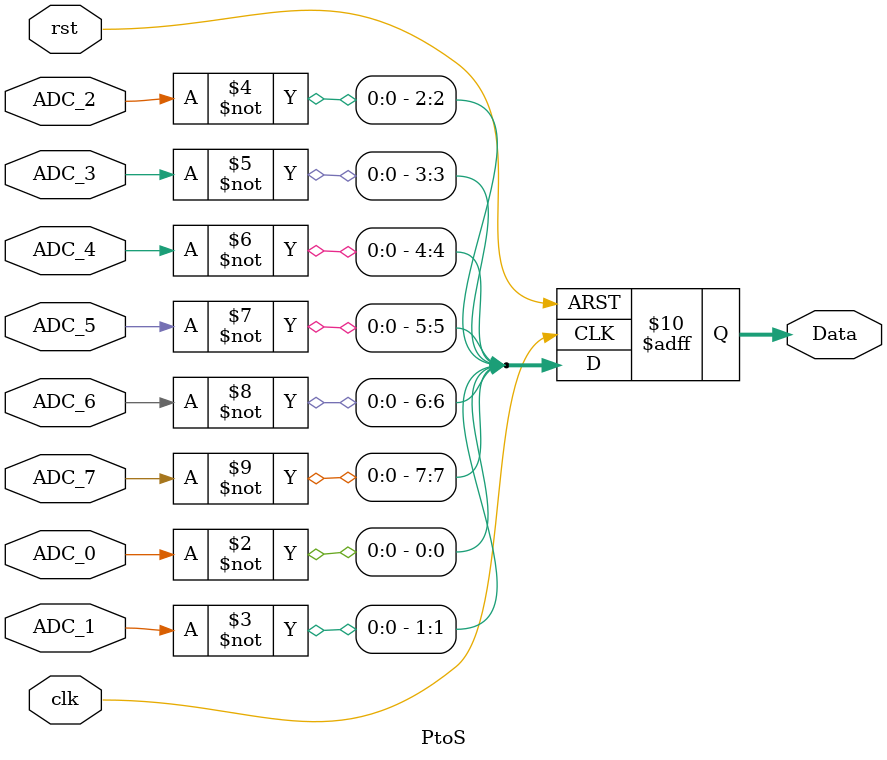
<source format=v>
`timescale 1ns / 1ps
module PtoS(
	 input clk,
	 input rst,
    input ADC_0,
    input ADC_1,
    input ADC_2,
	 input ADC_3,
    input ADC_4,
    input ADC_5,
    input ADC_6,
    input ADC_7,
    output reg [7:0] Data
    );
	 always @(posedge clk or posedge rst)
      if (rst) begin
         Data[0] <= 0;
			Data[1] <= 0;
			Data[2] <= 0;
			Data[3] <= 0;
			Data[4] <= 0;
			Data[5] <= 0;
			Data[6] <= 0;
			Data[7] <= 0;
      end else begin
         Data[0] <= ~ADC_0;
			Data[1] <= ~ADC_1;
			Data[2] <= ~ADC_2;
			Data[3] <= ~ADC_3;
			Data[4] <= ~ADC_4;
			Data[5] <= ~ADC_5;
			Data[6] <= ~ADC_6;
			Data[7] <= ~ADC_7;
      end
		

endmodule

</source>
